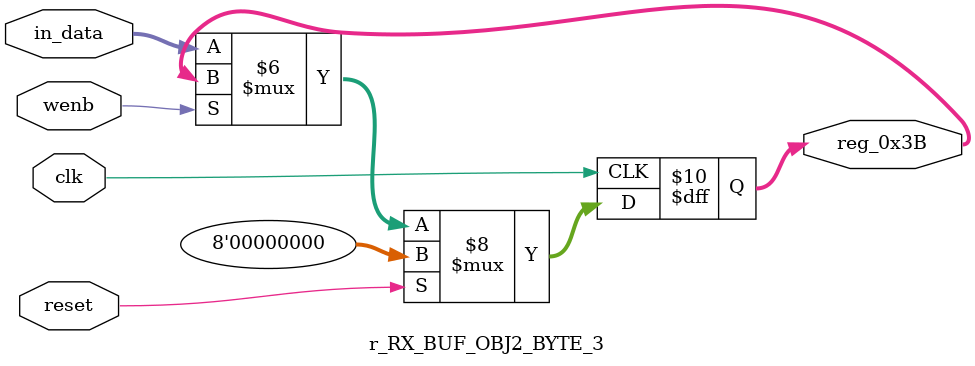
<source format=v>
module r_RX_BUF_OBJ2_BYTE_3(output reg [7:0] reg_0x3B, input wire reset, input wire wenb, input wire [7:0] in_data, input wire clk);
	always@(posedge clk)
	begin
		if(reset==0) begin
			if(wenb==0)
				reg_0x3B<=in_data;
			else
				reg_0x3B<=reg_0x3B;
		end
		else
			reg_0x3B<=8'h00;
	end
endmodule
</source>
